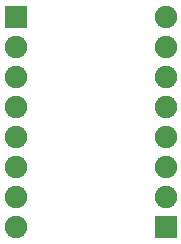
<source format=gbs>
G04 DipTrace Beta 3.0.9.0*
G04 BOARD.gbs*
%MOIN*%
G04 #@! TF.FileFunction,Soldermask,Bot*
G04 #@! TF.Part,Single*
%ADD27C,0.074929*%
%ADD29R,0.074929X0.074929*%
%FSLAX26Y26*%
G04*
G70*
G90*
G75*
G01*
G04 BotMask*
%LPD*%
D29*
X469000Y1169000D3*
D27*
Y1069000D3*
Y969000D3*
Y869000D3*
Y769000D3*
Y669000D3*
Y569000D3*
Y469000D3*
D29*
X969000D3*
D27*
Y569000D3*
Y669000D3*
Y769000D3*
Y869000D3*
Y969000D3*
Y1069000D3*
Y1169000D3*
M02*

</source>
